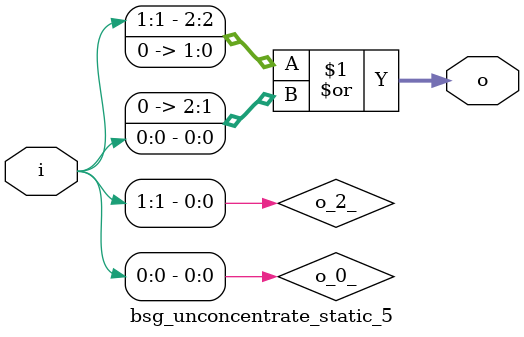
<source format=v>
module bsg_unconcentrate_static_5(	// file.cleaned.mlir:2:3
  input  [1:0] i,	// file.cleaned.mlir:2:44
  output [2:0] o	// file.cleaned.mlir:2:57
);

  wire o_0_;	// file.cleaned.mlir:8:10
  wire o_2_;	// file.cleaned.mlir:7:10
  assign o_2_ = i[1];	// file.cleaned.mlir:7:10
  assign o_0_ = i[0];	// file.cleaned.mlir:8:10
  assign o = {o_2_, 2'h0} | {2'h0, o_0_};	// file.cleaned.mlir:3:14, :4:10, :5:10, :6:10, :7:10, :8:10, :9:5
endmodule


</source>
